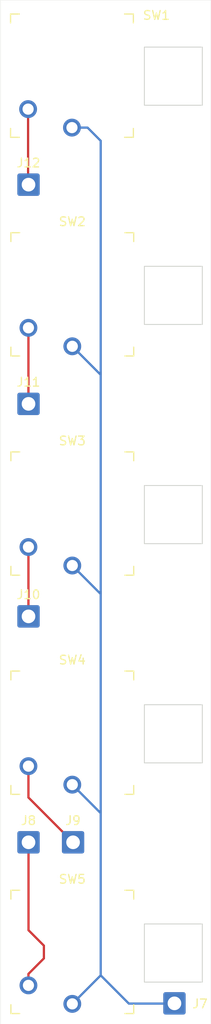
<source format=kicad_pcb>
(kicad_pcb (version 20221018) (generator pcbnew)
  (title_block (title "Guitar Hero PCB") (rev "v01") (comment 2 "creativecommons.org/licenses/by/4.0/") (comment 3 "License: CC BY 4.0") (comment 4 "Author: Christopher Ruiz"))
  (layers (0 "F.Cu" signal) (31 "B.Cu" signal) (34 "B.Paste" user) (35 "F.Paste" user) (36 "B.SilkS" user "B.Silkscreen") (37 "F.SilkS" user "F.Silkscreen") (38 "B.Mask" user) (39 "F.Mask" user) (44 "Edge.Cuts" user))
  (net 0 "")
  (net 1 "Net-(J7-Pin_1)")
  (net 2 "Net-(J8-Pin_1)")
  (net 3 "Net-(J9-Pin_1)")
  (net 4 "Net-(J10-Pin_1)")
  (net 5 "Net-(J11-Pin_1)")
  (net 6 "Net-(J12-Pin_1)")
  (footprint "Low_Profile_Kailh_Switch:SW_PG1350" (layer "F.Cu") (at 135.128 70.046)
    (fp_text reference "SW1" (at 9.6266 -6.8508) (layer "F.SilkS"))
    (fp_text value "SW_SPST")
    (fp_line (start -7 -6) (end -7 -7) (stroke (width 0.15)) (layer "F.SilkS"))
    (fp_line (start -7 7) (end -7 6) (stroke (width 0.15)) (layer "F.SilkS"))
    (fp_line (start -7 7) (end -6 7) (stroke (width 0.15)) (layer "F.SilkS"))
    (fp_line (start -6 -7) (end -7 -7) (stroke (width 0.15)) (layer "F.SilkS"))
    (fp_line (start 6 7) (end 7 7) (stroke (width 0.15)) (layer "F.SilkS"))
    (fp_line (start 7 -7) (end 6 -7) (stroke (width 0.15)) (layer "F.SilkS"))
    (fp_line (start 7 -7) (end 7 -6) (stroke (width 0.15)) (layer "F.SilkS"))
    (fp_line (start 7 6) (end 7 7) (stroke (width 0.15)) (layer "F.SilkS"))
    (pad "" np_thru_hole circle (at -5.5 0) (size 1.7018 1.7018) (drill 1.7018) (layers "*.Cu" "*.Mask"))
    (pad "" np_thru_hole circle (at 0 0) (size 3.429 3.429) (drill 3.429) (layers "*.Cu" "*.Mask"))
    (pad "" np_thru_hole circle (at 5.22 -4.2) (size 0.9906 0.9906) (drill 0.9906) (layers "*.Cu" "*.Mask"))
    (pad "" np_thru_hole circle (at 5.5 0) (size 1.7018 1.7018) (drill 1.7018) (layers "*.Cu" "*.Mask"))
    (pad "1" thru_hole circle (at 0 5.9) (size 2.032 2.032) (drill 1.27) (layers "*.Cu" "*.Mask") (net 1 "Net-(J7-Pin_1)"))
    (pad "2" thru_hole circle (at -5 3.8) (size 2.032 2.032) (drill 1.27) (layers "*.Cu" "*.Mask") (net 6 "Net-(J12-Pin_1)"))
  )
  (footprint "Low_Profile_Kailh_Switch:SW_PG1350" (layer "F.Cu") (at 135.167 94.878)
    (fp_text reference "SW2" (at 0 -8.255) (layer "F.SilkS"))
    (fp_text value "SW_SPST")
    (fp_line (start -7 -6) (end -7 -7) (stroke (width 0.15)) (layer "F.SilkS"))
    (fp_line (start -7 7) (end -7 6) (stroke (width 0.15)) (layer "F.SilkS"))
    (fp_line (start -7 7) (end -6 7) (stroke (width 0.15)) (layer "F.SilkS"))
    (fp_line (start -6 -7) (end -7 -7) (stroke (width 0.15)) (layer "F.SilkS"))
    (fp_line (start 6 7) (end 7 7) (stroke (width 0.15)) (layer "F.SilkS"))
    (fp_line (start 7 -7) (end 6 -7) (stroke (width 0.15)) (layer "F.SilkS"))
    (fp_line (start 7 -7) (end 7 -6) (stroke (width 0.15)) (layer "F.SilkS"))
    (fp_line (start 7 6) (end 7 7) (stroke (width 0.15)) (layer "F.SilkS"))
    (pad "" np_thru_hole circle (at -5.5 0) (size 1.7018 1.7018) (drill 1.7018) (layers "*.Cu" "*.Mask"))
    (pad "" np_thru_hole circle (at 0 0) (size 3.429 3.429) (drill 3.429) (layers "*.Cu" "*.Mask"))
    (pad "" np_thru_hole circle (at 5.22 -4.2) (size 0.9906 0.9906) (drill 0.9906) (layers "*.Cu" "*.Mask"))
    (pad "" np_thru_hole circle (at 5.5 0) (size 1.7018 1.7018) (drill 1.7018) (layers "*.Cu" "*.Mask"))
    (pad "1" thru_hole circle (at 0 5.9) (size 2.032 2.032) (drill 1.27) (layers "*.Cu" "*.Mask") (net 1 "Net-(J7-Pin_1)"))
    (pad "2" thru_hole circle (at -5 3.8) (size 2.032 2.032) (drill 1.27) (layers "*.Cu" "*.Mask") (net 5 "Net-(J11-Pin_1)"))
  )
  (footprint "Connector_Wire:SolderWire-0.75sqmm_1x01_D1.25mm_OD2.3mm" (layer "F.Cu") (at 130.175 82.423)
    (fp_text reference "J12" (at 0 -2.47) (layer "F.SilkS"))
    (fp_text value "Conn_01x01")
    (pad "1" thru_hole roundrect (at 0 0) (size 2.55 2.55) (drill 1.55) (layers "*.Cu" "*.Mask") (roundrect_rratio 0.09803882353) (net 6 "Net-(J12-Pin_1)"))
  )
  (footprint "Connector_Wire:SolderWire-0.75sqmm_1x01_D1.25mm_OD2.3mm" (layer "F.Cu") (at 146.812 175.387)
    (fp_text reference "J7" (at 2.921 0.0508) (layer "F.SilkS"))
    (fp_text value "Conn_01x01")
    (pad "1" thru_hole roundrect (at 0 0) (size 2.55 2.55) (drill 1.55) (layers "*.Cu" "*.Mask") (roundrect_rratio 0.09803882353) (net 1 "Net-(J7-Pin_1)"))
  )
  (footprint "Connector_Wire:SolderWire-0.75sqmm_1x01_D1.25mm_OD2.3mm" (layer "F.Cu") (at 135.255 157.099)
    (fp_text reference "J9" (at 0 -2.47) (layer "F.SilkS"))
    (fp_text value "Conn_01x01")
    (pad "1" thru_hole roundrect (at 0 0) (size 2.55 2.55) (drill 1.55) (layers "*.Cu" "*.Mask") (roundrect_rratio 0.09803882353) (net 3 "Net-(J9-Pin_1)"))
  )
  (footprint "Connector_Wire:SolderWire-0.75sqmm_1x01_D1.25mm_OD2.3mm" (layer "F.Cu") (at 130.175 131.445)
    (fp_text reference "J10" (at 0 -2.47) (layer "F.SilkS"))
    (fp_text value "Conn_01x01")
    (pad "1" thru_hole roundrect (at 0 0) (size 2.55 2.55) (drill 1.55) (layers "*.Cu" "*.Mask") (roundrect_rratio 0.09803882353) (net 4 "Net-(J10-Pin_1)"))
  )
  (footprint "Low_Profile_Kailh_Switch:SW_PG1350" (layer "F.Cu") (at 135.167 144.653)
    (fp_text reference "SW4" (at 0 -8.255) (layer "F.SilkS"))
    (fp_text value "SW_SPST")
    (fp_line (start -7 -6) (end -7 -7) (stroke (width 0.15)) (layer "F.SilkS"))
    (fp_line (start -7 7) (end -7 6) (stroke (width 0.15)) (layer "F.SilkS"))
    (fp_line (start -7 7) (end -6 7) (stroke (width 0.15)) (layer "F.SilkS"))
    (fp_line (start -6 -7) (end -7 -7) (stroke (width 0.15)) (layer "F.SilkS"))
    (fp_line (start 6 7) (end 7 7) (stroke (width 0.15)) (layer "F.SilkS"))
    (fp_line (start 7 -7) (end 6 -7) (stroke (width 0.15)) (layer "F.SilkS"))
    (fp_line (start 7 -7) (end 7 -6) (stroke (width 0.15)) (layer "F.SilkS"))
    (fp_line (start 7 6) (end 7 7) (stroke (width 0.15)) (layer "F.SilkS"))
    (pad "" np_thru_hole circle (at -5.5 0) (size 1.7018 1.7018) (drill 1.7018) (layers "*.Cu" "*.Mask"))
    (pad "" np_thru_hole circle (at 0 0) (size 3.429 3.429) (drill 3.429) (layers "*.Cu" "*.Mask"))
    (pad "" np_thru_hole circle (at 5.22 -4.2) (size 0.9906 0.9906) (drill 0.9906) (layers "*.Cu" "*.Mask"))
    (pad "" np_thru_hole circle (at 5.5 0) (size 1.7018 1.7018) (drill 1.7018) (layers "*.Cu" "*.Mask"))
    (pad "1" thru_hole circle (at 0 5.9) (size 2.032 2.032) (drill 1.27) (layers "*.Cu" "*.Mask") (net 1 "Net-(J7-Pin_1)"))
    (pad "2" thru_hole circle (at -5 3.8) (size 2.032 2.032) (drill 1.27) (layers "*.Cu" "*.Mask") (net 3 "Net-(J9-Pin_1)"))
  )
  (footprint "Connector_Wire:SolderWire-0.75sqmm_1x01_D1.25mm_OD2.3mm" (layer "F.Cu") (at 130.175 107.315)
    (fp_text reference "J11" (at 0 -2.47) (layer "F.SilkS"))
    (fp_text value "Conn_01x01")
    (pad "1" thru_hole roundrect (at 0 0) (size 2.55 2.55) (drill 1.55) (layers "*.Cu" "*.Mask") (roundrect_rratio 0.09803882353) (net 5 "Net-(J11-Pin_1)"))
  )
  (footprint "Low_Profile_Kailh_Switch:SW_PG1350" (layer "F.Cu") (at 135.167 119.77)
    (fp_text reference "SW3" (at 0 -8.255) (layer "F.SilkS"))
    (fp_text value "SW_SPST")
    (fp_line (start -7 -6) (end -7 -7) (stroke (width 0.15)) (layer "F.SilkS"))
    (fp_line (start -7 7) (end -7 6) (stroke (width 0.15)) (layer "F.SilkS"))
    (fp_line (start -7 7) (end -6 7) (stroke (width 0.15)) (layer "F.SilkS"))
    (fp_line (start -6 -7) (end -7 -7) (stroke (width 0.15)) (layer "F.SilkS"))
    (fp_line (start 6 7) (end 7 7) (stroke (width 0.15)) (layer "F.SilkS"))
    (fp_line (start 7 -7) (end 6 -7) (stroke (width 0.15)) (layer "F.SilkS"))
    (fp_line (start 7 -7) (end 7 -6) (stroke (width 0.15)) (layer "F.SilkS"))
    (fp_line (start 7 6) (end 7 7) (stroke (width 0.15)) (layer "F.SilkS"))
    (pad "" np_thru_hole circle (at -5.5 0) (size 1.7018 1.7018) (drill 1.7018) (layers "*.Cu" "*.Mask"))
    (pad "" np_thru_hole circle (at 0 0) (size 3.429 3.429) (drill 3.429) (layers "*.Cu" "*.Mask"))
    (pad "" np_thru_hole circle (at 5.22 -4.2) (size 0.9906 0.9906) (drill 0.9906) (layers "*.Cu" "*.Mask"))
    (pad "" np_thru_hole circle (at 5.5 0) (size 1.7018 1.7018) (drill 1.7018) (layers "*.Cu" "*.Mask"))
    (pad "1" thru_hole circle (at 0 5.9) (size 2.032 2.032) (drill 1.27) (layers "*.Cu" "*.Mask") (net 1 "Net-(J7-Pin_1)"))
    (pad "2" thru_hole circle (at -5 3.8) (size 2.032 2.032) (drill 1.27) (layers "*.Cu" "*.Mask") (net 4 "Net-(J10-Pin_1)"))
  )
  (footprint "Low_Profile_Kailh_Switch:SW_PG1350" (layer "F.Cu") (at 135.167 169.545)
    (fp_text reference "SW5" (at 0 -8.255) (layer "F.SilkS"))
    (fp_text value "SW_SPST")
    (fp_line (start -7 -6) (end -7 -7) (stroke (width 0.15)) (layer "F.SilkS"))
    (fp_line (start -7 7) (end -7 6) (stroke (width 0.15)) (layer "F.SilkS"))
    (fp_line (start -7 7) (end -6 7) (stroke (width 0.15)) (layer "F.SilkS"))
    (fp_line (start -6 -7) (end -7 -7) (stroke (width 0.15)) (layer "F.SilkS"))
    (fp_line (start 6 7) (end 7 7) (stroke (width 0.15)) (layer "F.SilkS"))
    (fp_line (start 7 -7) (end 6 -7) (stroke (width 0.15)) (layer "F.SilkS"))
    (fp_line (start 7 -7) (end 7 -6) (stroke (width 0.15)) (layer "F.SilkS"))
    (fp_line (start 7 6) (end 7 7) (stroke (width 0.15)) (layer "F.SilkS"))
    (pad "" np_thru_hole circle (at -5.5 0) (size 1.7018 1.7018) (drill 1.7018) (layers "*.Cu" "*.Mask"))
    (pad "" np_thru_hole circle (at 0 0) (size 3.429 3.429) (drill 3.429) (layers "*.Cu" "*.Mask"))
    (pad "" np_thru_hole circle (at 5.22 -4.2) (size 0.9906 0.9906) (drill 0.9906) (layers "*.Cu" "*.Mask"))
    (pad "" np_thru_hole circle (at 5.5 0) (size 1.7018 1.7018) (drill 1.7018) (layers "*.Cu" "*.Mask"))
    (pad "1" thru_hole circle (at 0 5.9) (size 2.032 2.032) (drill 1.27) (layers "*.Cu" "*.Mask") (net 1 "Net-(J7-Pin_1)"))
    (pad "2" thru_hole circle (at -5 3.8) (size 2.032 2.032) (drill 1.27) (layers "*.Cu" "*.Mask") (net 2 "Net-(J8-Pin_1)"))
  )
  (footprint "Connector_Wire:SolderWire-0.75sqmm_1x01_D1.25mm_OD2.3mm" (layer "F.Cu") (at 130.175 157.099)
    (fp_text reference "J8" (at 0 -2.47) (layer "F.SilkS"))
    (fp_text value "Conn_01x01")
    (pad "1" thru_hole roundrect (at 0 0) (size 2.55 2.55) (drill 1.55) (layers "*.Cu" "*.Mask") (roundrect_rratio 0.09803882353) (net 2 "Net-(J8-Pin_1)"))
  )
  (gr_rect (start 143.383 91.694) (end 149.987 98.298) (stroke (width 0.1)) (fill none) (layer "Edge.Cuts"))
  (gr_rect (start 143.383 141.478) (end 149.987 148.082) (stroke (width 0.1)) (fill none) (layer "Edge.Cuts"))
  (gr_line (start 150.968964 177.748946) (end 127 177.748946) (stroke (width 0.0254)) (layer "Edge.Cuts"))
  (gr_rect (start 143.383 116.586) (end 149.987 123.19) (stroke (width 0.1)) (fill none) (layer "Edge.Cuts"))
  (gr_line (start 127 177.748946) (end 127 61.468) (stroke (width 0.0254)) (layer "Edge.Cuts"))
  (gr_rect (start 143.383 166.37) (end 149.987 172.974) (stroke (width 0.1)) (fill none) (layer "Edge.Cuts"))
  (gr_line (start 127 61.468) (end 150.968964 61.468) (stroke (width 0.0254)) (layer "Edge.Cuts"))
  (gr_line (start 150.968964 61.468) (end 150.968964 177.748946) (stroke (width 0.0254)) (layer "Edge.Cuts"))
  (gr_rect (start 143.383 66.802) (end 149.987 73.406) (stroke (width 0.1)) (fill none) (layer "Edge.Cuts"))
  (segment (start 138.4046 104.013) (end 138.4046 128.905) (width 0.254) (layer "B.Cu") (net 1))
  (segment (start 135.128 75.946) (end 136.906 75.946) (width 0.254) (layer "B.Cu") (net 1))
  (segment (start 138.402 104.013) (end 138.4046 104.013) (width 0.254) (layer "B.Cu") (net 1))
  (segment (start 136.906 75.946) (end 138.4046 77.4446) (width 0.254) (layer "B.Cu") (net 1))
  (segment (start 138.3856 153.7716) (end 138.4046 153.7716) (width 0.254) (layer "B.Cu") (net 1))
  (segment (start 138.4046 128.905) (end 138.4046 153.7716) (width 0.254) (layer "B.Cu") (net 1))
  (segment (start 138.4046 77.4446) (end 138.4046 104.013) (width 0.254) (layer "B.Cu") (net 1))
  (segment (start 138.4046 172.2074) (end 141.6096 175.4124) (width 0.254) (layer "B.Cu") (net 1))
  (segment (start 135.167 175.445) (end 138.4046 172.2074) (width 0.254) (layer "B.Cu") (net 1))
  (segment (start 141.6096 175.4124) (end 146.7866 175.4124) (width 0.254) (layer "B.Cu") (net 1))
  (segment (start 146.7866 175.4124) (end 146.812 175.387) (width 0.254) (layer "B.Cu") (net 1))
  (segment (start 138.4046 153.7716) (end 138.4046 171.8564) (width 0.254) (layer "B.Cu") (net 1))
  (segment (start 138.4046 172.2074) (end 138.4046 171.8564) (width 0.254) (layer "B.Cu") (net 1))
  (segment (start 135.167 100.778) (end 138.402 104.013) (width 0.254) (layer "B.Cu") (net 1))
  (segment (start 138.402 128.905) (end 138.4046 128.905) (width 0.254) (layer "B.Cu") (net 1))
  (segment (start 135.167 150.553) (end 138.3856 153.7716) (width 0.254) (layer "B.Cu") (net 1))
  (segment (start 135.167 125.67) (end 138.402 128.905) (width 0.254) (layer "B.Cu") (net 1))
  (segment (start 130.175 167.0812) (end 131.9276 168.8338) (width 0.254) (layer "F.Cu") (net 2))
  (segment (start 130.175 157.099) (end 130.175 167.0812) (width 0.254) (layer "F.Cu") (net 2))
  (segment (start 130.167 172.0422) (end 130.167 173.345) (width 0.254) (layer "F.Cu") (net 2))
  (segment (start 131.9276 168.8338) (end 131.9276 170.2816) (width 0.254) (layer "F.Cu") (net 2))
  (segment (start 131.9276 170.2816) (end 130.167 172.0422) (width 0.254) (layer "F.Cu") (net 2))
  (segment (start 130.167 148.453) (end 130.167 152.011) (width 0.254) (layer "F.Cu") (net 3))
  (segment (start 130.167 152.011) (end 135.255 157.099) (width 0.254) (layer "F.Cu") (net 3))
  (segment (start 130.167 131.437) (end 130.175 131.445) (width 0.254) (layer "F.Cu") (net 4))
  (segment (start 130.167 123.57) (end 130.167 131.437) (width 0.254) (layer "F.Cu") (net 4))
  (segment (start 130.167 98.678) (end 130.167 107.307) (width 0.254) (layer "F.Cu") (net 5))
  (segment (start 130.167 107.307) (end 130.175 107.315) (width 0.254) (layer "F.Cu") (net 5))
  (segment (start 130.128 73.846) (end 130.128 82.376) (width 0.254) (layer "F.Cu") (net 6))
  (segment (start 130.128 82.376) (end 130.175 82.423) (width 0.254) (layer "F.Cu") (net 6))
)
</source>
